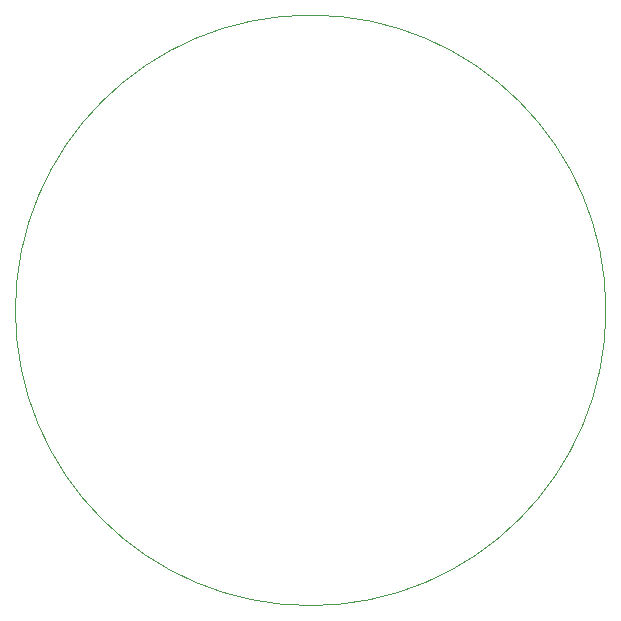
<source format=gbr>
G04 #@! TF.GenerationSoftware,KiCad,Pcbnew,7.0.2*
G04 #@! TF.CreationDate,2023-07-27T23:19:17+09:00*
G04 #@! TF.ProjectId,can_bus,63616e5f-6275-4732-9e6b-696361645f70,rev?*
G04 #@! TF.SameCoordinates,Original*
G04 #@! TF.FileFunction,Profile,NP*
%FSLAX46Y46*%
G04 Gerber Fmt 4.6, Leading zero omitted, Abs format (unit mm)*
G04 Created by KiCad (PCBNEW 7.0.2) date 2023-07-27 23:19:17*
%MOMM*%
%LPD*%
G01*
G04 APERTURE LIST*
G04 #@! TA.AperFunction,Profile*
%ADD10C,0.100000*%
G04 #@! TD*
G04 APERTURE END LIST*
D10*
X152000000Y-66040000D02*
G75*
G03*
X152000000Y-66040000I-25000000J0D01*
G01*
M02*

</source>
